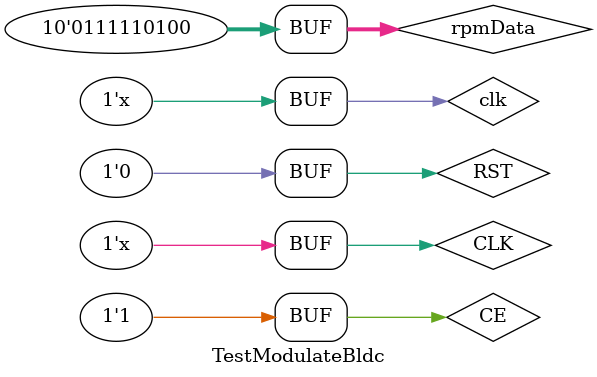
<source format=sv>
`timescale 1ns / 1ps


module TestModulateBldc();

    // generate clock
    localparam CLK_PERIOD = 10; //ns, 100MHz
    reg clk = 0;
    initial clk = 1'b0;
    always #( CLK_PERIOD/2.0 )
    clk = ~clk;
  
    reg [9:0] rpmData = 10'd500;

//    wire [15:0] test;
//    ModulateBldc #(.CLK_RATE(100000000),.MAXRPM(500)) modBldc( .clk(clk), .rpm(rpmData), .test(test) );
    
    wire [31:0] Q;
    wire TC;
    wire CLK;
    wire CE;
    reg RST = 1'b0;
    
    assign CLK = clk;
    assign CE = 1'b1;
        
    // reset test
    initial begin
    
        #200;
        RST <= 1'b1;
        
        #10;
        RST <= 1'b0;
        
            
    end
    
// COUNTER_TC_MACRO : In order to incorporate this function into the design,
//     Verilog      : the following instance declaration needs to be placed
//    instance      : in the body of the design code.  The instance name
//   declaration    : (COUNTER_TC_MACRO_inst) and/or the port declarations within the
//      code        : parenthesis may be changed to properly reference and
//                  : connect this function to the design.  All inputs
//                  : and outputs must be connected.

//  <-----Cut code below this line---->

   // COUNTER_TC_MACRO: Counter with terminal count implemented in a DSP48E
   //                   Artix-7
   // Xilinx HDL Language Template, version 2023.1

   COUNTER_TC_MACRO #(
      .COUNT_BY(48'h000000000001), // Count by value
      .DEVICE("7SERIES"),          // Target Device: "7SERIES" 
      .DIRECTION("UP"),            // Counter direction, "UP" or "DOWN" 
      .RESET_UPON_TC("TRUE"),      // Reset counter upon terminal count, "TRUE" or "FALSE" 
      .TC_VALUE(32'h0000000F),     // Terminal count value
      .WIDTH_DATA(32)              // Counter output bus width, 1-48
   ) COUNTER_TC_MACRO_inst (
      .Q(Q),     // Counter output bus, width determined by WIDTH_DATA parameter
      .TC(TC),   // 1-bit terminal count output, high = terminal count is reached
      .CLK(CLK), // 1-bit positive edge clock input
      .CE(CE),   // 1-bit active high clock enable input
      .RST(RST)  // 1-bit active high synchronous reset
   );

   // End of COUNTER_TC_MACRO_inst instantiation   

endmodule

</source>
